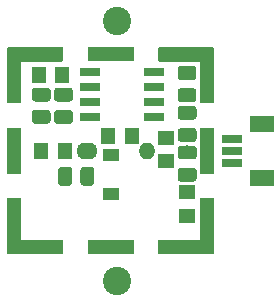
<source format=gbr>
G04 #@! TF.GenerationSoftware,KiCad,Pcbnew,(5.0.0)*
G04 #@! TF.CreationDate,2019-03-24T09:47:22+01:00*
G04 #@! TF.ProjectId,photoDiode_MDversion1.2,70686F746F44696F64655F4D44766572,rev?*
G04 #@! TF.SameCoordinates,Original*
G04 #@! TF.FileFunction,Soldermask,Bot*
G04 #@! TF.FilePolarity,Negative*
%FSLAX46Y46*%
G04 Gerber Fmt 4.6, Leading zero omitted, Abs format (unit mm)*
G04 Created by KiCad (PCBNEW (5.0.0)) date 03/24/19 09:47:22*
%MOMM*%
%LPD*%
G01*
G04 APERTURE LIST*
%ADD10R,1.400000X1.100000*%
%ADD11R,1.200000X1.450000*%
%ADD12C,0.100000*%
%ADD13C,1.175000*%
%ADD14R,1.450000X1.200000*%
%ADD15O,1.800000X1.400000*%
%ADD16O,1.400000X1.400000*%
%ADD17R,1.750000X0.800000*%
%ADD18R,2.000000X1.400000*%
%ADD19R,1.200000X4.000000*%
%ADD20R,4.000000X1.200000*%
%ADD21C,1.000000*%
%ADD22C,2.400000*%
G04 APERTURE END LIST*
D10*
G04 #@! TO.C,D2*
X149500000Y-98660000D03*
X149500000Y-95360000D03*
G04 #@! TD*
D11*
G04 #@! TO.C,C5*
X149270000Y-93770000D03*
X151270000Y-93770000D03*
G04 #@! TD*
D12*
G04 #@! TO.C,R6*
G36*
X156515043Y-91206414D02*
X156543558Y-91210644D01*
X156571521Y-91217649D01*
X156598663Y-91227360D01*
X156624723Y-91239686D01*
X156649449Y-91254506D01*
X156672603Y-91271678D01*
X156693963Y-91291037D01*
X156713322Y-91312397D01*
X156730494Y-91335551D01*
X156745314Y-91360277D01*
X156757640Y-91386337D01*
X156767351Y-91413479D01*
X156774356Y-91441442D01*
X156778586Y-91469957D01*
X156780000Y-91498750D01*
X156780000Y-92086250D01*
X156778586Y-92115043D01*
X156774356Y-92143558D01*
X156767351Y-92171521D01*
X156757640Y-92198663D01*
X156745314Y-92224723D01*
X156730494Y-92249449D01*
X156713322Y-92272603D01*
X156693963Y-92293963D01*
X156672603Y-92313322D01*
X156649449Y-92330494D01*
X156624723Y-92345314D01*
X156598663Y-92357640D01*
X156571521Y-92367351D01*
X156543558Y-92374356D01*
X156515043Y-92378586D01*
X156486250Y-92380000D01*
X155473750Y-92380000D01*
X155444957Y-92378586D01*
X155416442Y-92374356D01*
X155388479Y-92367351D01*
X155361337Y-92357640D01*
X155335277Y-92345314D01*
X155310551Y-92330494D01*
X155287397Y-92313322D01*
X155266037Y-92293963D01*
X155246678Y-92272603D01*
X155229506Y-92249449D01*
X155214686Y-92224723D01*
X155202360Y-92198663D01*
X155192649Y-92171521D01*
X155185644Y-92143558D01*
X155181414Y-92115043D01*
X155180000Y-92086250D01*
X155180000Y-91498750D01*
X155181414Y-91469957D01*
X155185644Y-91441442D01*
X155192649Y-91413479D01*
X155202360Y-91386337D01*
X155214686Y-91360277D01*
X155229506Y-91335551D01*
X155246678Y-91312397D01*
X155266037Y-91291037D01*
X155287397Y-91271678D01*
X155310551Y-91254506D01*
X155335277Y-91239686D01*
X155361337Y-91227360D01*
X155388479Y-91217649D01*
X155416442Y-91210644D01*
X155444957Y-91206414D01*
X155473750Y-91205000D01*
X156486250Y-91205000D01*
X156515043Y-91206414D01*
X156515043Y-91206414D01*
G37*
D13*
X155980000Y-91792500D03*
D12*
G36*
X156515043Y-93081414D02*
X156543558Y-93085644D01*
X156571521Y-93092649D01*
X156598663Y-93102360D01*
X156624723Y-93114686D01*
X156649449Y-93129506D01*
X156672603Y-93146678D01*
X156693963Y-93166037D01*
X156713322Y-93187397D01*
X156730494Y-93210551D01*
X156745314Y-93235277D01*
X156757640Y-93261337D01*
X156767351Y-93288479D01*
X156774356Y-93316442D01*
X156778586Y-93344957D01*
X156780000Y-93373750D01*
X156780000Y-93961250D01*
X156778586Y-93990043D01*
X156774356Y-94018558D01*
X156767351Y-94046521D01*
X156757640Y-94073663D01*
X156745314Y-94099723D01*
X156730494Y-94124449D01*
X156713322Y-94147603D01*
X156693963Y-94168963D01*
X156672603Y-94188322D01*
X156649449Y-94205494D01*
X156624723Y-94220314D01*
X156598663Y-94232640D01*
X156571521Y-94242351D01*
X156543558Y-94249356D01*
X156515043Y-94253586D01*
X156486250Y-94255000D01*
X155473750Y-94255000D01*
X155444957Y-94253586D01*
X155416442Y-94249356D01*
X155388479Y-94242351D01*
X155361337Y-94232640D01*
X155335277Y-94220314D01*
X155310551Y-94205494D01*
X155287397Y-94188322D01*
X155266037Y-94168963D01*
X155246678Y-94147603D01*
X155229506Y-94124449D01*
X155214686Y-94099723D01*
X155202360Y-94073663D01*
X155192649Y-94046521D01*
X155185644Y-94018558D01*
X155181414Y-93990043D01*
X155180000Y-93961250D01*
X155180000Y-93373750D01*
X155181414Y-93344957D01*
X155185644Y-93316442D01*
X155192649Y-93288479D01*
X155202360Y-93261337D01*
X155214686Y-93235277D01*
X155229506Y-93210551D01*
X155246678Y-93187397D01*
X155266037Y-93166037D01*
X155287397Y-93146678D01*
X155310551Y-93129506D01*
X155335277Y-93114686D01*
X155361337Y-93102360D01*
X155388479Y-93092649D01*
X155416442Y-93085644D01*
X155444957Y-93081414D01*
X155473750Y-93080000D01*
X156486250Y-93080000D01*
X156515043Y-93081414D01*
X156515043Y-93081414D01*
G37*
D13*
X155980000Y-93667500D03*
G04 #@! TD*
D12*
G04 #@! TO.C,R3*
G36*
X145975043Y-96361414D02*
X146003558Y-96365644D01*
X146031521Y-96372649D01*
X146058663Y-96382360D01*
X146084723Y-96394686D01*
X146109449Y-96409506D01*
X146132603Y-96426678D01*
X146153963Y-96446037D01*
X146173322Y-96467397D01*
X146190494Y-96490551D01*
X146205314Y-96515277D01*
X146217640Y-96541337D01*
X146227351Y-96568479D01*
X146234356Y-96596442D01*
X146238586Y-96624957D01*
X146240000Y-96653750D01*
X146240000Y-97666250D01*
X146238586Y-97695043D01*
X146234356Y-97723558D01*
X146227351Y-97751521D01*
X146217640Y-97778663D01*
X146205314Y-97804723D01*
X146190494Y-97829449D01*
X146173322Y-97852603D01*
X146153963Y-97873963D01*
X146132603Y-97893322D01*
X146109449Y-97910494D01*
X146084723Y-97925314D01*
X146058663Y-97937640D01*
X146031521Y-97947351D01*
X146003558Y-97954356D01*
X145975043Y-97958586D01*
X145946250Y-97960000D01*
X145358750Y-97960000D01*
X145329957Y-97958586D01*
X145301442Y-97954356D01*
X145273479Y-97947351D01*
X145246337Y-97937640D01*
X145220277Y-97925314D01*
X145195551Y-97910494D01*
X145172397Y-97893322D01*
X145151037Y-97873963D01*
X145131678Y-97852603D01*
X145114506Y-97829449D01*
X145099686Y-97804723D01*
X145087360Y-97778663D01*
X145077649Y-97751521D01*
X145070644Y-97723558D01*
X145066414Y-97695043D01*
X145065000Y-97666250D01*
X145065000Y-96653750D01*
X145066414Y-96624957D01*
X145070644Y-96596442D01*
X145077649Y-96568479D01*
X145087360Y-96541337D01*
X145099686Y-96515277D01*
X145114506Y-96490551D01*
X145131678Y-96467397D01*
X145151037Y-96446037D01*
X145172397Y-96426678D01*
X145195551Y-96409506D01*
X145220277Y-96394686D01*
X145246337Y-96382360D01*
X145273479Y-96372649D01*
X145301442Y-96365644D01*
X145329957Y-96361414D01*
X145358750Y-96360000D01*
X145946250Y-96360000D01*
X145975043Y-96361414D01*
X145975043Y-96361414D01*
G37*
D13*
X145652500Y-97160000D03*
D12*
G36*
X147850043Y-96361414D02*
X147878558Y-96365644D01*
X147906521Y-96372649D01*
X147933663Y-96382360D01*
X147959723Y-96394686D01*
X147984449Y-96409506D01*
X148007603Y-96426678D01*
X148028963Y-96446037D01*
X148048322Y-96467397D01*
X148065494Y-96490551D01*
X148080314Y-96515277D01*
X148092640Y-96541337D01*
X148102351Y-96568479D01*
X148109356Y-96596442D01*
X148113586Y-96624957D01*
X148115000Y-96653750D01*
X148115000Y-97666250D01*
X148113586Y-97695043D01*
X148109356Y-97723558D01*
X148102351Y-97751521D01*
X148092640Y-97778663D01*
X148080314Y-97804723D01*
X148065494Y-97829449D01*
X148048322Y-97852603D01*
X148028963Y-97873963D01*
X148007603Y-97893322D01*
X147984449Y-97910494D01*
X147959723Y-97925314D01*
X147933663Y-97937640D01*
X147906521Y-97947351D01*
X147878558Y-97954356D01*
X147850043Y-97958586D01*
X147821250Y-97960000D01*
X147233750Y-97960000D01*
X147204957Y-97958586D01*
X147176442Y-97954356D01*
X147148479Y-97947351D01*
X147121337Y-97937640D01*
X147095277Y-97925314D01*
X147070551Y-97910494D01*
X147047397Y-97893322D01*
X147026037Y-97873963D01*
X147006678Y-97852603D01*
X146989506Y-97829449D01*
X146974686Y-97804723D01*
X146962360Y-97778663D01*
X146952649Y-97751521D01*
X146945644Y-97723558D01*
X146941414Y-97695043D01*
X146940000Y-97666250D01*
X146940000Y-96653750D01*
X146941414Y-96624957D01*
X146945644Y-96596442D01*
X146952649Y-96568479D01*
X146962360Y-96541337D01*
X146974686Y-96515277D01*
X146989506Y-96490551D01*
X147006678Y-96467397D01*
X147026037Y-96446037D01*
X147047397Y-96426678D01*
X147070551Y-96409506D01*
X147095277Y-96394686D01*
X147121337Y-96382360D01*
X147148479Y-96372649D01*
X147176442Y-96365644D01*
X147204957Y-96361414D01*
X147233750Y-96360000D01*
X147821250Y-96360000D01*
X147850043Y-96361414D01*
X147850043Y-96361414D01*
G37*
D13*
X147527500Y-97160000D03*
G04 #@! TD*
D12*
G04 #@! TO.C,R4*
G36*
X156505043Y-89711414D02*
X156533558Y-89715644D01*
X156561521Y-89722649D01*
X156588663Y-89732360D01*
X156614723Y-89744686D01*
X156639449Y-89759506D01*
X156662603Y-89776678D01*
X156683963Y-89796037D01*
X156703322Y-89817397D01*
X156720494Y-89840551D01*
X156735314Y-89865277D01*
X156747640Y-89891337D01*
X156757351Y-89918479D01*
X156764356Y-89946442D01*
X156768586Y-89974957D01*
X156770000Y-90003750D01*
X156770000Y-90591250D01*
X156768586Y-90620043D01*
X156764356Y-90648558D01*
X156757351Y-90676521D01*
X156747640Y-90703663D01*
X156735314Y-90729723D01*
X156720494Y-90754449D01*
X156703322Y-90777603D01*
X156683963Y-90798963D01*
X156662603Y-90818322D01*
X156639449Y-90835494D01*
X156614723Y-90850314D01*
X156588663Y-90862640D01*
X156561521Y-90872351D01*
X156533558Y-90879356D01*
X156505043Y-90883586D01*
X156476250Y-90885000D01*
X155463750Y-90885000D01*
X155434957Y-90883586D01*
X155406442Y-90879356D01*
X155378479Y-90872351D01*
X155351337Y-90862640D01*
X155325277Y-90850314D01*
X155300551Y-90835494D01*
X155277397Y-90818322D01*
X155256037Y-90798963D01*
X155236678Y-90777603D01*
X155219506Y-90754449D01*
X155204686Y-90729723D01*
X155192360Y-90703663D01*
X155182649Y-90676521D01*
X155175644Y-90648558D01*
X155171414Y-90620043D01*
X155170000Y-90591250D01*
X155170000Y-90003750D01*
X155171414Y-89974957D01*
X155175644Y-89946442D01*
X155182649Y-89918479D01*
X155192360Y-89891337D01*
X155204686Y-89865277D01*
X155219506Y-89840551D01*
X155236678Y-89817397D01*
X155256037Y-89796037D01*
X155277397Y-89776678D01*
X155300551Y-89759506D01*
X155325277Y-89744686D01*
X155351337Y-89732360D01*
X155378479Y-89722649D01*
X155406442Y-89715644D01*
X155434957Y-89711414D01*
X155463750Y-89710000D01*
X156476250Y-89710000D01*
X156505043Y-89711414D01*
X156505043Y-89711414D01*
G37*
D13*
X155970000Y-90297500D03*
D12*
G36*
X156505043Y-87836414D02*
X156533558Y-87840644D01*
X156561521Y-87847649D01*
X156588663Y-87857360D01*
X156614723Y-87869686D01*
X156639449Y-87884506D01*
X156662603Y-87901678D01*
X156683963Y-87921037D01*
X156703322Y-87942397D01*
X156720494Y-87965551D01*
X156735314Y-87990277D01*
X156747640Y-88016337D01*
X156757351Y-88043479D01*
X156764356Y-88071442D01*
X156768586Y-88099957D01*
X156770000Y-88128750D01*
X156770000Y-88716250D01*
X156768586Y-88745043D01*
X156764356Y-88773558D01*
X156757351Y-88801521D01*
X156747640Y-88828663D01*
X156735314Y-88854723D01*
X156720494Y-88879449D01*
X156703322Y-88902603D01*
X156683963Y-88923963D01*
X156662603Y-88943322D01*
X156639449Y-88960494D01*
X156614723Y-88975314D01*
X156588663Y-88987640D01*
X156561521Y-88997351D01*
X156533558Y-89004356D01*
X156505043Y-89008586D01*
X156476250Y-89010000D01*
X155463750Y-89010000D01*
X155434957Y-89008586D01*
X155406442Y-89004356D01*
X155378479Y-88997351D01*
X155351337Y-88987640D01*
X155325277Y-88975314D01*
X155300551Y-88960494D01*
X155277397Y-88943322D01*
X155256037Y-88923963D01*
X155236678Y-88902603D01*
X155219506Y-88879449D01*
X155204686Y-88854723D01*
X155192360Y-88828663D01*
X155182649Y-88801521D01*
X155175644Y-88773558D01*
X155171414Y-88745043D01*
X155170000Y-88716250D01*
X155170000Y-88128750D01*
X155171414Y-88099957D01*
X155175644Y-88071442D01*
X155182649Y-88043479D01*
X155192360Y-88016337D01*
X155204686Y-87990277D01*
X155219506Y-87965551D01*
X155236678Y-87942397D01*
X155256037Y-87921037D01*
X155277397Y-87901678D01*
X155300551Y-87884506D01*
X155325277Y-87869686D01*
X155351337Y-87857360D01*
X155378479Y-87847649D01*
X155406442Y-87840644D01*
X155434957Y-87836414D01*
X155463750Y-87835000D01*
X156476250Y-87835000D01*
X156505043Y-87836414D01*
X156505043Y-87836414D01*
G37*
D13*
X155970000Y-88422500D03*
G04 #@! TD*
D11*
G04 #@! TO.C,C2*
X143630000Y-95000000D03*
X145630000Y-95000000D03*
G04 #@! TD*
D12*
G04 #@! TO.C,R1*
G36*
X146045043Y-89666414D02*
X146073558Y-89670644D01*
X146101521Y-89677649D01*
X146128663Y-89687360D01*
X146154723Y-89699686D01*
X146179449Y-89714506D01*
X146202603Y-89731678D01*
X146223963Y-89751037D01*
X146243322Y-89772397D01*
X146260494Y-89795551D01*
X146275314Y-89820277D01*
X146287640Y-89846337D01*
X146297351Y-89873479D01*
X146304356Y-89901442D01*
X146308586Y-89929957D01*
X146310000Y-89958750D01*
X146310000Y-90546250D01*
X146308586Y-90575043D01*
X146304356Y-90603558D01*
X146297351Y-90631521D01*
X146287640Y-90658663D01*
X146275314Y-90684723D01*
X146260494Y-90709449D01*
X146243322Y-90732603D01*
X146223963Y-90753963D01*
X146202603Y-90773322D01*
X146179449Y-90790494D01*
X146154723Y-90805314D01*
X146128663Y-90817640D01*
X146101521Y-90827351D01*
X146073558Y-90834356D01*
X146045043Y-90838586D01*
X146016250Y-90840000D01*
X145003750Y-90840000D01*
X144974957Y-90838586D01*
X144946442Y-90834356D01*
X144918479Y-90827351D01*
X144891337Y-90817640D01*
X144865277Y-90805314D01*
X144840551Y-90790494D01*
X144817397Y-90773322D01*
X144796037Y-90753963D01*
X144776678Y-90732603D01*
X144759506Y-90709449D01*
X144744686Y-90684723D01*
X144732360Y-90658663D01*
X144722649Y-90631521D01*
X144715644Y-90603558D01*
X144711414Y-90575043D01*
X144710000Y-90546250D01*
X144710000Y-89958750D01*
X144711414Y-89929957D01*
X144715644Y-89901442D01*
X144722649Y-89873479D01*
X144732360Y-89846337D01*
X144744686Y-89820277D01*
X144759506Y-89795551D01*
X144776678Y-89772397D01*
X144796037Y-89751037D01*
X144817397Y-89731678D01*
X144840551Y-89714506D01*
X144865277Y-89699686D01*
X144891337Y-89687360D01*
X144918479Y-89677649D01*
X144946442Y-89670644D01*
X144974957Y-89666414D01*
X145003750Y-89665000D01*
X146016250Y-89665000D01*
X146045043Y-89666414D01*
X146045043Y-89666414D01*
G37*
D13*
X145510000Y-90252500D03*
D12*
G36*
X146045043Y-91541414D02*
X146073558Y-91545644D01*
X146101521Y-91552649D01*
X146128663Y-91562360D01*
X146154723Y-91574686D01*
X146179449Y-91589506D01*
X146202603Y-91606678D01*
X146223963Y-91626037D01*
X146243322Y-91647397D01*
X146260494Y-91670551D01*
X146275314Y-91695277D01*
X146287640Y-91721337D01*
X146297351Y-91748479D01*
X146304356Y-91776442D01*
X146308586Y-91804957D01*
X146310000Y-91833750D01*
X146310000Y-92421250D01*
X146308586Y-92450043D01*
X146304356Y-92478558D01*
X146297351Y-92506521D01*
X146287640Y-92533663D01*
X146275314Y-92559723D01*
X146260494Y-92584449D01*
X146243322Y-92607603D01*
X146223963Y-92628963D01*
X146202603Y-92648322D01*
X146179449Y-92665494D01*
X146154723Y-92680314D01*
X146128663Y-92692640D01*
X146101521Y-92702351D01*
X146073558Y-92709356D01*
X146045043Y-92713586D01*
X146016250Y-92715000D01*
X145003750Y-92715000D01*
X144974957Y-92713586D01*
X144946442Y-92709356D01*
X144918479Y-92702351D01*
X144891337Y-92692640D01*
X144865277Y-92680314D01*
X144840551Y-92665494D01*
X144817397Y-92648322D01*
X144796037Y-92628963D01*
X144776678Y-92607603D01*
X144759506Y-92584449D01*
X144744686Y-92559723D01*
X144732360Y-92533663D01*
X144722649Y-92506521D01*
X144715644Y-92478558D01*
X144711414Y-92450043D01*
X144710000Y-92421250D01*
X144710000Y-91833750D01*
X144711414Y-91804957D01*
X144715644Y-91776442D01*
X144722649Y-91748479D01*
X144732360Y-91721337D01*
X144744686Y-91695277D01*
X144759506Y-91670551D01*
X144776678Y-91647397D01*
X144796037Y-91626037D01*
X144817397Y-91606678D01*
X144840551Y-91589506D01*
X144865277Y-91574686D01*
X144891337Y-91562360D01*
X144918479Y-91552649D01*
X144946442Y-91545644D01*
X144974957Y-91541414D01*
X145003750Y-91540000D01*
X146016250Y-91540000D01*
X146045043Y-91541414D01*
X146045043Y-91541414D01*
G37*
D13*
X145510000Y-92127500D03*
G04 #@! TD*
D12*
G04 #@! TO.C,R2*
G36*
X144155043Y-89666414D02*
X144183558Y-89670644D01*
X144211521Y-89677649D01*
X144238663Y-89687360D01*
X144264723Y-89699686D01*
X144289449Y-89714506D01*
X144312603Y-89731678D01*
X144333963Y-89751037D01*
X144353322Y-89772397D01*
X144370494Y-89795551D01*
X144385314Y-89820277D01*
X144397640Y-89846337D01*
X144407351Y-89873479D01*
X144414356Y-89901442D01*
X144418586Y-89929957D01*
X144420000Y-89958750D01*
X144420000Y-90546250D01*
X144418586Y-90575043D01*
X144414356Y-90603558D01*
X144407351Y-90631521D01*
X144397640Y-90658663D01*
X144385314Y-90684723D01*
X144370494Y-90709449D01*
X144353322Y-90732603D01*
X144333963Y-90753963D01*
X144312603Y-90773322D01*
X144289449Y-90790494D01*
X144264723Y-90805314D01*
X144238663Y-90817640D01*
X144211521Y-90827351D01*
X144183558Y-90834356D01*
X144155043Y-90838586D01*
X144126250Y-90840000D01*
X143113750Y-90840000D01*
X143084957Y-90838586D01*
X143056442Y-90834356D01*
X143028479Y-90827351D01*
X143001337Y-90817640D01*
X142975277Y-90805314D01*
X142950551Y-90790494D01*
X142927397Y-90773322D01*
X142906037Y-90753963D01*
X142886678Y-90732603D01*
X142869506Y-90709449D01*
X142854686Y-90684723D01*
X142842360Y-90658663D01*
X142832649Y-90631521D01*
X142825644Y-90603558D01*
X142821414Y-90575043D01*
X142820000Y-90546250D01*
X142820000Y-89958750D01*
X142821414Y-89929957D01*
X142825644Y-89901442D01*
X142832649Y-89873479D01*
X142842360Y-89846337D01*
X142854686Y-89820277D01*
X142869506Y-89795551D01*
X142886678Y-89772397D01*
X142906037Y-89751037D01*
X142927397Y-89731678D01*
X142950551Y-89714506D01*
X142975277Y-89699686D01*
X143001337Y-89687360D01*
X143028479Y-89677649D01*
X143056442Y-89670644D01*
X143084957Y-89666414D01*
X143113750Y-89665000D01*
X144126250Y-89665000D01*
X144155043Y-89666414D01*
X144155043Y-89666414D01*
G37*
D13*
X143620000Y-90252500D03*
D12*
G36*
X144155043Y-91541414D02*
X144183558Y-91545644D01*
X144211521Y-91552649D01*
X144238663Y-91562360D01*
X144264723Y-91574686D01*
X144289449Y-91589506D01*
X144312603Y-91606678D01*
X144333963Y-91626037D01*
X144353322Y-91647397D01*
X144370494Y-91670551D01*
X144385314Y-91695277D01*
X144397640Y-91721337D01*
X144407351Y-91748479D01*
X144414356Y-91776442D01*
X144418586Y-91804957D01*
X144420000Y-91833750D01*
X144420000Y-92421250D01*
X144418586Y-92450043D01*
X144414356Y-92478558D01*
X144407351Y-92506521D01*
X144397640Y-92533663D01*
X144385314Y-92559723D01*
X144370494Y-92584449D01*
X144353322Y-92607603D01*
X144333963Y-92628963D01*
X144312603Y-92648322D01*
X144289449Y-92665494D01*
X144264723Y-92680314D01*
X144238663Y-92692640D01*
X144211521Y-92702351D01*
X144183558Y-92709356D01*
X144155043Y-92713586D01*
X144126250Y-92715000D01*
X143113750Y-92715000D01*
X143084957Y-92713586D01*
X143056442Y-92709356D01*
X143028479Y-92702351D01*
X143001337Y-92692640D01*
X142975277Y-92680314D01*
X142950551Y-92665494D01*
X142927397Y-92648322D01*
X142906037Y-92628963D01*
X142886678Y-92607603D01*
X142869506Y-92584449D01*
X142854686Y-92559723D01*
X142842360Y-92533663D01*
X142832649Y-92506521D01*
X142825644Y-92478558D01*
X142821414Y-92450043D01*
X142820000Y-92421250D01*
X142820000Y-91833750D01*
X142821414Y-91804957D01*
X142825644Y-91776442D01*
X142832649Y-91748479D01*
X142842360Y-91721337D01*
X142854686Y-91695277D01*
X142869506Y-91670551D01*
X142886678Y-91647397D01*
X142906037Y-91626037D01*
X142927397Y-91606678D01*
X142950551Y-91589506D01*
X142975277Y-91574686D01*
X143001337Y-91562360D01*
X143028479Y-91552649D01*
X143056442Y-91545644D01*
X143084957Y-91541414D01*
X143113750Y-91540000D01*
X144126250Y-91540000D01*
X144155043Y-91541414D01*
X144155043Y-91541414D01*
G37*
D13*
X143620000Y-92127500D03*
G04 #@! TD*
D14*
G04 #@! TO.C,C1*
X154160000Y-95900000D03*
X154160000Y-93900000D03*
G04 #@! TD*
D15*
G04 #@! TO.C,D1*
X147460000Y-95000000D03*
D16*
X152540000Y-95000000D03*
G04 #@! TD*
D17*
G04 #@! TO.C,J1*
X159800000Y-96000000D03*
X159800000Y-95000000D03*
X159800000Y-94000000D03*
D18*
X162325000Y-97300000D03*
X162325000Y-92700000D03*
G04 #@! TD*
D14*
G04 #@! TO.C,C3*
X155980000Y-98530000D03*
X155980000Y-100530000D03*
G04 #@! TD*
D11*
G04 #@! TO.C,C4*
X143425000Y-88625000D03*
X145425000Y-88625000D03*
G04 #@! TD*
D12*
G04 #@! TO.C,L1*
G36*
X156515043Y-96441414D02*
X156543558Y-96445644D01*
X156571521Y-96452649D01*
X156598663Y-96462360D01*
X156624723Y-96474686D01*
X156649449Y-96489506D01*
X156672603Y-96506678D01*
X156693963Y-96526037D01*
X156713322Y-96547397D01*
X156730494Y-96570551D01*
X156745314Y-96595277D01*
X156757640Y-96621337D01*
X156767351Y-96648479D01*
X156774356Y-96676442D01*
X156778586Y-96704957D01*
X156780000Y-96733750D01*
X156780000Y-97321250D01*
X156778586Y-97350043D01*
X156774356Y-97378558D01*
X156767351Y-97406521D01*
X156757640Y-97433663D01*
X156745314Y-97459723D01*
X156730494Y-97484449D01*
X156713322Y-97507603D01*
X156693963Y-97528963D01*
X156672603Y-97548322D01*
X156649449Y-97565494D01*
X156624723Y-97580314D01*
X156598663Y-97592640D01*
X156571521Y-97602351D01*
X156543558Y-97609356D01*
X156515043Y-97613586D01*
X156486250Y-97615000D01*
X155473750Y-97615000D01*
X155444957Y-97613586D01*
X155416442Y-97609356D01*
X155388479Y-97602351D01*
X155361337Y-97592640D01*
X155335277Y-97580314D01*
X155310551Y-97565494D01*
X155287397Y-97548322D01*
X155266037Y-97528963D01*
X155246678Y-97507603D01*
X155229506Y-97484449D01*
X155214686Y-97459723D01*
X155202360Y-97433663D01*
X155192649Y-97406521D01*
X155185644Y-97378558D01*
X155181414Y-97350043D01*
X155180000Y-97321250D01*
X155180000Y-96733750D01*
X155181414Y-96704957D01*
X155185644Y-96676442D01*
X155192649Y-96648479D01*
X155202360Y-96621337D01*
X155214686Y-96595277D01*
X155229506Y-96570551D01*
X155246678Y-96547397D01*
X155266037Y-96526037D01*
X155287397Y-96506678D01*
X155310551Y-96489506D01*
X155335277Y-96474686D01*
X155361337Y-96462360D01*
X155388479Y-96452649D01*
X155416442Y-96445644D01*
X155444957Y-96441414D01*
X155473750Y-96440000D01*
X156486250Y-96440000D01*
X156515043Y-96441414D01*
X156515043Y-96441414D01*
G37*
D13*
X155980000Y-97027500D03*
D12*
G36*
X156515043Y-94566414D02*
X156543558Y-94570644D01*
X156571521Y-94577649D01*
X156598663Y-94587360D01*
X156624723Y-94599686D01*
X156649449Y-94614506D01*
X156672603Y-94631678D01*
X156693963Y-94651037D01*
X156713322Y-94672397D01*
X156730494Y-94695551D01*
X156745314Y-94720277D01*
X156757640Y-94746337D01*
X156767351Y-94773479D01*
X156774356Y-94801442D01*
X156778586Y-94829957D01*
X156780000Y-94858750D01*
X156780000Y-95446250D01*
X156778586Y-95475043D01*
X156774356Y-95503558D01*
X156767351Y-95531521D01*
X156757640Y-95558663D01*
X156745314Y-95584723D01*
X156730494Y-95609449D01*
X156713322Y-95632603D01*
X156693963Y-95653963D01*
X156672603Y-95673322D01*
X156649449Y-95690494D01*
X156624723Y-95705314D01*
X156598663Y-95717640D01*
X156571521Y-95727351D01*
X156543558Y-95734356D01*
X156515043Y-95738586D01*
X156486250Y-95740000D01*
X155473750Y-95740000D01*
X155444957Y-95738586D01*
X155416442Y-95734356D01*
X155388479Y-95727351D01*
X155361337Y-95717640D01*
X155335277Y-95705314D01*
X155310551Y-95690494D01*
X155287397Y-95673322D01*
X155266037Y-95653963D01*
X155246678Y-95632603D01*
X155229506Y-95609449D01*
X155214686Y-95584723D01*
X155202360Y-95558663D01*
X155192649Y-95531521D01*
X155185644Y-95503558D01*
X155181414Y-95475043D01*
X155180000Y-95446250D01*
X155180000Y-94858750D01*
X155181414Y-94829957D01*
X155185644Y-94801442D01*
X155192649Y-94773479D01*
X155202360Y-94746337D01*
X155214686Y-94720277D01*
X155229506Y-94695551D01*
X155246678Y-94672397D01*
X155266037Y-94651037D01*
X155287397Y-94631678D01*
X155310551Y-94614506D01*
X155335277Y-94599686D01*
X155361337Y-94587360D01*
X155388479Y-94577649D01*
X155416442Y-94570644D01*
X155444957Y-94566414D01*
X155473750Y-94565000D01*
X156486250Y-94565000D01*
X156515043Y-94566414D01*
X156515043Y-94566414D01*
G37*
D13*
X155980000Y-95152500D03*
G04 #@! TD*
D17*
G04 #@! TO.C,U1*
X147750000Y-92105000D03*
X147750000Y-90835000D03*
X147750000Y-89565000D03*
X147750000Y-88295000D03*
X153150000Y-88295000D03*
X153150000Y-89565000D03*
X153150000Y-90835000D03*
X153150000Y-92105000D03*
G04 #@! TD*
D19*
G04 #@! TO.C,U2*
X157650000Y-95000000D03*
X141350000Y-95000000D03*
D20*
X149500000Y-103150000D03*
X149500000Y-86850000D03*
D21*
X155875000Y-103150000D03*
D12*
G36*
X158169509Y-102551921D02*
X158188268Y-102557612D01*
X158205557Y-102566853D01*
X158220711Y-102579289D01*
X158233147Y-102594443D01*
X158242388Y-102611732D01*
X158248079Y-102630491D01*
X158250000Y-102650000D01*
X158250000Y-103650000D01*
X158248079Y-103669509D01*
X158242388Y-103688268D01*
X158233147Y-103705557D01*
X158220711Y-103720711D01*
X158205557Y-103733147D01*
X158188268Y-103742388D01*
X158169509Y-103748079D01*
X158150000Y-103750000D01*
X153600000Y-103750000D01*
X153580491Y-103748079D01*
X153561732Y-103742388D01*
X153544443Y-103733147D01*
X153529289Y-103720711D01*
X153516853Y-103705557D01*
X153507612Y-103688268D01*
X153501921Y-103669509D01*
X153500000Y-103650000D01*
X153500000Y-102650000D01*
X153501921Y-102630491D01*
X153507612Y-102611732D01*
X153516853Y-102594443D01*
X153529289Y-102579289D01*
X153544443Y-102566853D01*
X153561732Y-102557612D01*
X153580491Y-102551921D01*
X153600000Y-102550000D01*
X158150000Y-102550000D01*
X158169509Y-102551921D01*
X158169509Y-102551921D01*
G37*
D21*
X157650000Y-101375000D03*
D12*
G36*
X158248079Y-103669509D02*
X158242388Y-103688268D01*
X158233147Y-103705557D01*
X158220711Y-103720711D01*
X158205557Y-103733147D01*
X158188268Y-103742388D01*
X158169509Y-103748079D01*
X158150000Y-103750000D01*
X157150000Y-103750000D01*
X157130491Y-103748079D01*
X157111732Y-103742388D01*
X157094443Y-103733147D01*
X157079289Y-103720711D01*
X157066853Y-103705557D01*
X157057612Y-103688268D01*
X157051921Y-103669509D01*
X157050000Y-103650000D01*
X157050000Y-99100000D01*
X157051921Y-99080491D01*
X157057612Y-99061732D01*
X157066853Y-99044443D01*
X157079289Y-99029289D01*
X157094443Y-99016853D01*
X157111732Y-99007612D01*
X157130491Y-99001921D01*
X157150000Y-99000000D01*
X158150000Y-99000000D01*
X158169509Y-99001921D01*
X158188268Y-99007612D01*
X158205557Y-99016853D01*
X158220711Y-99029289D01*
X158233147Y-99044443D01*
X158242388Y-99061732D01*
X158248079Y-99080491D01*
X158250000Y-99100000D01*
X158250000Y-103650000D01*
X158248079Y-103669509D01*
X158248079Y-103669509D01*
G37*
D21*
X143125000Y-103150000D03*
D12*
G36*
X145419509Y-102551921D02*
X145438268Y-102557612D01*
X145455557Y-102566853D01*
X145470711Y-102579289D01*
X145483147Y-102594443D01*
X145492388Y-102611732D01*
X145498079Y-102630491D01*
X145500000Y-102650000D01*
X145500000Y-103650000D01*
X145498079Y-103669509D01*
X145492388Y-103688268D01*
X145483147Y-103705557D01*
X145470711Y-103720711D01*
X145455557Y-103733147D01*
X145438268Y-103742388D01*
X145419509Y-103748079D01*
X145400000Y-103750000D01*
X140850000Y-103750000D01*
X140830491Y-103748079D01*
X140811732Y-103742388D01*
X140794443Y-103733147D01*
X140779289Y-103720711D01*
X140766853Y-103705557D01*
X140757612Y-103688268D01*
X140751921Y-103669509D01*
X140750000Y-103650000D01*
X140750000Y-102650000D01*
X140751921Y-102630491D01*
X140757612Y-102611732D01*
X140766853Y-102594443D01*
X140779289Y-102579289D01*
X140794443Y-102566853D01*
X140811732Y-102557612D01*
X140830491Y-102551921D01*
X140850000Y-102550000D01*
X145400000Y-102550000D01*
X145419509Y-102551921D01*
X145419509Y-102551921D01*
G37*
D21*
X141350000Y-101375000D03*
D12*
G36*
X141948079Y-103669509D02*
X141942388Y-103688268D01*
X141933147Y-103705557D01*
X141920711Y-103720711D01*
X141905557Y-103733147D01*
X141888268Y-103742388D01*
X141869509Y-103748079D01*
X141850000Y-103750000D01*
X140850000Y-103750000D01*
X140830491Y-103748079D01*
X140811732Y-103742388D01*
X140794443Y-103733147D01*
X140779289Y-103720711D01*
X140766853Y-103705557D01*
X140757612Y-103688268D01*
X140751921Y-103669509D01*
X140750000Y-103650000D01*
X140750000Y-99100000D01*
X140751921Y-99080491D01*
X140757612Y-99061732D01*
X140766853Y-99044443D01*
X140779289Y-99029289D01*
X140794443Y-99016853D01*
X140811732Y-99007612D01*
X140830491Y-99001921D01*
X140850000Y-99000000D01*
X141850000Y-99000000D01*
X141869509Y-99001921D01*
X141888268Y-99007612D01*
X141905557Y-99016853D01*
X141920711Y-99029289D01*
X141933147Y-99044443D01*
X141942388Y-99061732D01*
X141948079Y-99080491D01*
X141950000Y-99100000D01*
X141950000Y-103650000D01*
X141948079Y-103669509D01*
X141948079Y-103669509D01*
G37*
D21*
X141350000Y-88625000D03*
D12*
G36*
X141948079Y-90919509D02*
X141942388Y-90938268D01*
X141933147Y-90955557D01*
X141920711Y-90970711D01*
X141905557Y-90983147D01*
X141888268Y-90992388D01*
X141869509Y-90998079D01*
X141850000Y-91000000D01*
X140850000Y-91000000D01*
X140830491Y-90998079D01*
X140811732Y-90992388D01*
X140794443Y-90983147D01*
X140779289Y-90970711D01*
X140766853Y-90955557D01*
X140757612Y-90938268D01*
X140751921Y-90919509D01*
X140750000Y-90900000D01*
X140750000Y-86350000D01*
X140751921Y-86330491D01*
X140757612Y-86311732D01*
X140766853Y-86294443D01*
X140779289Y-86279289D01*
X140794443Y-86266853D01*
X140811732Y-86257612D01*
X140830491Y-86251921D01*
X140850000Y-86250000D01*
X141850000Y-86250000D01*
X141869509Y-86251921D01*
X141888268Y-86257612D01*
X141905557Y-86266853D01*
X141920711Y-86279289D01*
X141933147Y-86294443D01*
X141942388Y-86311732D01*
X141948079Y-86330491D01*
X141950000Y-86350000D01*
X141950000Y-90900000D01*
X141948079Y-90919509D01*
X141948079Y-90919509D01*
G37*
D21*
X143125000Y-86850000D03*
D12*
G36*
X145419509Y-86251921D02*
X145438268Y-86257612D01*
X145455557Y-86266853D01*
X145470711Y-86279289D01*
X145483147Y-86294443D01*
X145492388Y-86311732D01*
X145498079Y-86330491D01*
X145500000Y-86350000D01*
X145500000Y-87350000D01*
X145498079Y-87369509D01*
X145492388Y-87388268D01*
X145483147Y-87405557D01*
X145470711Y-87420711D01*
X145455557Y-87433147D01*
X145438268Y-87442388D01*
X145419509Y-87448079D01*
X145400000Y-87450000D01*
X140850000Y-87450000D01*
X140830491Y-87448079D01*
X140811732Y-87442388D01*
X140794443Y-87433147D01*
X140779289Y-87420711D01*
X140766853Y-87405557D01*
X140757612Y-87388268D01*
X140751921Y-87369509D01*
X140750000Y-87350000D01*
X140750000Y-86350000D01*
X140751921Y-86330491D01*
X140757612Y-86311732D01*
X140766853Y-86294443D01*
X140779289Y-86279289D01*
X140794443Y-86266853D01*
X140811732Y-86257612D01*
X140830491Y-86251921D01*
X140850000Y-86250000D01*
X145400000Y-86250000D01*
X145419509Y-86251921D01*
X145419509Y-86251921D01*
G37*
D21*
X155875000Y-86850000D03*
D12*
G36*
X158169509Y-86251921D02*
X158188268Y-86257612D01*
X158205557Y-86266853D01*
X158220711Y-86279289D01*
X158233147Y-86294443D01*
X158242388Y-86311732D01*
X158248079Y-86330491D01*
X158250000Y-86350000D01*
X158250000Y-87350000D01*
X158248079Y-87369509D01*
X158242388Y-87388268D01*
X158233147Y-87405557D01*
X158220711Y-87420711D01*
X158205557Y-87433147D01*
X158188268Y-87442388D01*
X158169509Y-87448079D01*
X158150000Y-87450000D01*
X153600000Y-87450000D01*
X153580491Y-87448079D01*
X153561732Y-87442388D01*
X153544443Y-87433147D01*
X153529289Y-87420711D01*
X153516853Y-87405557D01*
X153507612Y-87388268D01*
X153501921Y-87369509D01*
X153500000Y-87350000D01*
X153500000Y-86350000D01*
X153501921Y-86330491D01*
X153507612Y-86311732D01*
X153516853Y-86294443D01*
X153529289Y-86279289D01*
X153544443Y-86266853D01*
X153561732Y-86257612D01*
X153580491Y-86251921D01*
X153600000Y-86250000D01*
X158150000Y-86250000D01*
X158169509Y-86251921D01*
X158169509Y-86251921D01*
G37*
D21*
X157650000Y-88625000D03*
D12*
G36*
X158248079Y-90919509D02*
X158242388Y-90938268D01*
X158233147Y-90955557D01*
X158220711Y-90970711D01*
X158205557Y-90983147D01*
X158188268Y-90992388D01*
X158169509Y-90998079D01*
X158150000Y-91000000D01*
X157150000Y-91000000D01*
X157130491Y-90998079D01*
X157111732Y-90992388D01*
X157094443Y-90983147D01*
X157079289Y-90970711D01*
X157066853Y-90955557D01*
X157057612Y-90938268D01*
X157051921Y-90919509D01*
X157050000Y-90900000D01*
X157050000Y-86350000D01*
X157051921Y-86330491D01*
X157057612Y-86311732D01*
X157066853Y-86294443D01*
X157079289Y-86279289D01*
X157094443Y-86266853D01*
X157111732Y-86257612D01*
X157130491Y-86251921D01*
X157150000Y-86250000D01*
X158150000Y-86250000D01*
X158169509Y-86251921D01*
X158188268Y-86257612D01*
X158205557Y-86266853D01*
X158220711Y-86279289D01*
X158233147Y-86294443D01*
X158242388Y-86311732D01*
X158248079Y-86330491D01*
X158250000Y-86350000D01*
X158250000Y-90900000D01*
X158248079Y-90919509D01*
X158248079Y-90919509D01*
G37*
G04 #@! TD*
D22*
G04 #@! TO.C,MH1*
X150000000Y-84000000D03*
G04 #@! TD*
G04 #@! TO.C,MH2*
X150000000Y-106000000D03*
G04 #@! TD*
M02*

</source>
